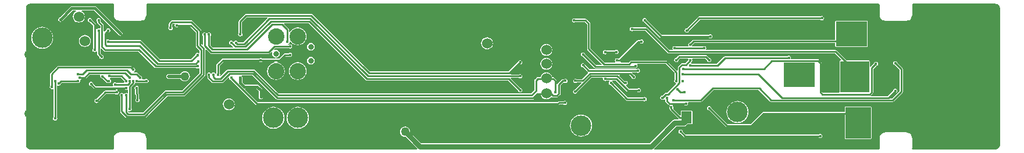
<source format=gbl>
G04*
G04 #@! TF.GenerationSoftware,Altium Limited,Altium Designer,19.0.15 (446)*
G04*
G04 Layer_Physical_Order=2*
G04 Layer_Color=6049555*
%FSLAX23Y23*%
%MOIN*%
G70*
G01*
G75*
%ADD15C,0.010*%
%ADD108C,0.033*%
%ADD109C,0.094*%
%ADD117C,0.015*%
%ADD119C,0.020*%
%ADD120C,0.030*%
%ADD125C,0.060*%
%ADD126C,0.118*%
%ADD127C,0.020*%
%ADD128O,0.102X0.043*%
%ADD129O,0.083X0.043*%
%ADD130C,0.016*%
%ADD131C,0.050*%
G36*
X5492Y1246D02*
X5964D01*
X5965Y1246D01*
Y1246D01*
X5969Y1245D01*
X5974Y1244D01*
X5983Y1239D01*
X5988Y1230D01*
X5990Y1221D01*
X5990Y1220D01*
Y433D01*
X5990Y432D01*
X5988Y423D01*
X5983Y415D01*
X5974Y409D01*
X5965Y408D01*
X5965Y408D01*
X5492D01*
X5492Y408D01*
X5488Y409D01*
X5486Y413D01*
X5487Y413D01*
Y472D01*
X5487D01*
X5485Y481D01*
X5482Y489D01*
X5477Y496D01*
X5470Y502D01*
X5462Y505D01*
X5453Y506D01*
Y506D01*
X5335D01*
Y506D01*
X5326Y505D01*
X5318Y502D01*
X5311Y496D01*
X5305Y489D01*
X5302Y481D01*
X5301Y472D01*
X5301D01*
Y413D01*
X5301Y413D01*
X5299Y409D01*
X5296Y408D01*
X5295Y408D01*
X4009D01*
X4007Y413D01*
X4134Y541D01*
X4178D01*
X4185Y542D01*
X4191Y546D01*
X4198Y553D01*
X4223Y553D01*
X4226Y555D01*
X4227Y558D01*
Y627D01*
X4226Y630D01*
X4223Y631D01*
X4165Y631D01*
X4162Y630D01*
X4161Y627D01*
Y605D01*
X4156Y603D01*
X4116Y642D01*
X4117Y644D01*
X4118Y649D01*
X4117Y653D01*
X4115Y657D01*
X4114Y658D01*
X4116Y663D01*
X4182D01*
X4185Y661D01*
X4190Y660D01*
X4195Y661D01*
X4199Y663D01*
X4201Y667D01*
X4202Y672D01*
X4201Y677D01*
X4201Y677D01*
X4204Y682D01*
X4276D01*
X4280Y683D01*
X4283Y685D01*
X4349Y751D01*
X4606D01*
X4672Y685D01*
X4675Y683D01*
X4679Y682D01*
X5376D01*
X5380Y683D01*
X5383Y685D01*
X5431Y734D01*
X5433Y736D01*
X5434Y740D01*
Y870D01*
X5433Y874D01*
X5431Y876D01*
X5402Y906D01*
X5401Y909D01*
X5399Y913D01*
X5395Y915D01*
X5390Y916D01*
X5385Y915D01*
X5381Y913D01*
X5379Y909D01*
X5378Y904D01*
X5379Y899D01*
X5381Y895D01*
X5385Y893D01*
X5390Y892D01*
X5390Y892D01*
X5416Y866D01*
Y744D01*
X5373Y701D01*
X5365D01*
X5363Y705D01*
X5391Y733D01*
X5395Y734D01*
X5399Y736D01*
X5401Y740D01*
X5402Y745D01*
X5401Y750D01*
X5399Y754D01*
X5395Y756D01*
X5390Y757D01*
X5385Y756D01*
X5381Y754D01*
X5379Y750D01*
X5378Y746D01*
X5347Y715D01*
X5253D01*
X5253Y716D01*
X5251Y720D01*
X5261Y730D01*
X5263Y732D01*
X5264Y736D01*
Y872D01*
X5280Y888D01*
X5283Y889D01*
X5287Y891D01*
X5290Y895D01*
X5291Y900D01*
X5290Y905D01*
X5287Y909D01*
X5283Y911D01*
X5279Y912D01*
X5274Y911D01*
X5270Y909D01*
X5267Y905D01*
X5267Y901D01*
X5249Y884D01*
X5246Y884D01*
X5244Y885D01*
Y915D01*
X5243Y918D01*
X5240Y919D01*
X5113Y919D01*
X5056Y976D01*
X5053Y978D01*
X5049Y979D01*
X4308D01*
X4306Y984D01*
X4306Y985D01*
X4307Y990D01*
X4306Y995D01*
X4304Y999D01*
X4300Y1001D01*
X4295Y1002D01*
X4290Y1001D01*
X4287Y999D01*
X4229D01*
X4226Y1004D01*
X4226Y1005D01*
X4227Y1009D01*
X4238Y1020D01*
X5046D01*
Y1002D01*
X5047Y999D01*
X5050Y998D01*
X5228Y998D01*
X5231Y999D01*
X5232Y1002D01*
X5232Y1144D01*
X5231Y1147D01*
X5228Y1148D01*
X5050Y1148D01*
X5047Y1147D01*
X5046Y1144D01*
X5046Y1038D01*
X4235D01*
X4231Y1038D01*
X4228Y1036D01*
X4214Y1021D01*
X4210Y1021D01*
X4206Y1018D01*
X4204Y1014D01*
X4203Y1009D01*
X4204Y1005D01*
X4204Y1004D01*
X4201Y999D01*
X4133D01*
X4130Y1001D01*
X4125Y1002D01*
X4120Y1001D01*
X4116Y999D01*
X4114Y995D01*
X4113Y990D01*
X4114Y985D01*
X4114Y984D01*
X4112Y979D01*
X4094D01*
X3966Y1106D01*
X3964Y1108D01*
X3960Y1109D01*
X3888D01*
X3885Y1111D01*
X3880Y1112D01*
X3875Y1111D01*
X3871Y1109D01*
X3869Y1105D01*
X3868Y1100D01*
X3869Y1095D01*
X3871Y1091D01*
X3875Y1089D01*
X3880Y1088D01*
X3885Y1089D01*
X3888Y1091D01*
X3956D01*
X4084Y964D01*
X4086Y962D01*
X4090Y961D01*
X5045D01*
X5082Y924D01*
X5080Y919D01*
X5075D01*
X5072Y918D01*
X5071Y915D01*
X5071Y739D01*
X5068Y735D01*
X5067Y734D01*
X4975D01*
X4969Y740D01*
Y904D01*
X4968Y908D01*
X4966Y911D01*
X4953Y924D01*
X4950Y926D01*
X4947Y927D01*
X4795D01*
X4792Y932D01*
X4792Y934D01*
X4791Y939D01*
X4789Y943D01*
X4785Y946D01*
X4780Y947D01*
X4775Y946D01*
X4772Y944D01*
X4415D01*
X4411Y943D01*
X4408Y941D01*
X4366Y899D01*
X4223D01*
X4220Y901D01*
X4218Y907D01*
X4220Y909D01*
X4220Y909D01*
X4224Y911D01*
X4226Y915D01*
X4227Y920D01*
X4226Y925D01*
X4226Y926D01*
X4228Y931D01*
X4303D01*
X4312Y922D01*
X4313Y918D01*
X4315Y914D01*
X4319Y911D01*
X4324Y910D01*
X4329Y911D01*
X4333Y914D01*
X4335Y918D01*
X4336Y922D01*
X4335Y927D01*
X4333Y931D01*
X4329Y934D01*
X4325Y934D01*
X4313Y946D01*
X4310Y948D01*
X4306Y949D01*
X4153D01*
X4149Y948D01*
X4146Y946D01*
X4134Y934D01*
X4130Y934D01*
X4126Y931D01*
X4124Y927D01*
X4123Y922D01*
X4124Y918D01*
X4126Y914D01*
X4130Y911D01*
X4135Y910D01*
X4140Y911D01*
X4144Y914D01*
X4146Y918D01*
X4147Y922D01*
X4156Y931D01*
X4202D01*
X4204Y926D01*
X4204Y925D01*
X4203Y921D01*
X4186Y904D01*
X4168D01*
X4164Y903D01*
X4161Y901D01*
X4147Y887D01*
X4145Y884D01*
X4144Y880D01*
Y864D01*
X4139Y862D01*
X4085Y915D01*
X4082Y917D01*
X4079Y918D01*
X3874D01*
X3871Y917D01*
X3868Y915D01*
X3860Y908D01*
X3817D01*
X3815Y913D01*
X3816Y914D01*
X3922Y1019D01*
X3927D01*
X3930Y1017D01*
X3935Y1016D01*
X3940Y1017D01*
X3944Y1019D01*
X3946Y1023D01*
X3947Y1028D01*
X3946Y1033D01*
X3944Y1036D01*
X3940Y1039D01*
X3935Y1040D01*
X3930Y1039D01*
X3927Y1037D01*
X3918D01*
X3914Y1036D01*
X3911Y1034D01*
X3806Y929D01*
X3803D01*
X3800Y931D01*
X3795Y932D01*
X3790Y931D01*
X3786Y929D01*
X3784Y925D01*
X3783Y920D01*
X3784Y915D01*
X3786Y913D01*
X3784Y909D01*
X3783Y908D01*
X3724D01*
X3642Y990D01*
Y1132D01*
X3641Y1136D01*
X3639Y1139D01*
X3621Y1156D01*
X3619Y1158D01*
X3615Y1159D01*
X3557D01*
X3554Y1161D01*
X3549Y1162D01*
X3545Y1161D01*
X3541Y1159D01*
X3538Y1155D01*
X3537Y1150D01*
X3538Y1145D01*
X3541Y1141D01*
X3545Y1139D01*
X3549Y1138D01*
X3554Y1139D01*
X3557Y1141D01*
X3611D01*
X3624Y1128D01*
Y986D01*
X3624Y982D01*
X3626Y979D01*
X3708Y898D01*
X3706Y894D01*
X3674D01*
X3613Y955D01*
X3612Y959D01*
X3609Y963D01*
X3605Y965D01*
X3601Y966D01*
X3596Y965D01*
X3592Y963D01*
X3589Y959D01*
X3588Y954D01*
X3589Y949D01*
X3592Y945D01*
X3596Y943D01*
X3600Y942D01*
X3664Y878D01*
X3667Y876D01*
X3670Y875D01*
X3897D01*
X3898Y875D01*
X3900Y875D01*
X3905Y876D01*
X3909Y879D01*
X3911Y882D01*
X3912Y887D01*
X3911Y892D01*
X3910Y894D01*
X3912Y899D01*
X3912Y899D01*
X4075D01*
X4126Y849D01*
Y810D01*
X4124Y807D01*
X4123Y802D01*
X4124Y798D01*
X4126Y794D01*
X4130Y791D01*
X4133Y790D01*
X4135Y785D01*
X4083Y734D01*
X4075D01*
X4071Y733D01*
X4069Y731D01*
X4054Y717D01*
X4050Y716D01*
X4046Y714D01*
X4044Y710D01*
X4043Y705D01*
X4044Y700D01*
X4046Y696D01*
X4050Y694D01*
X4055Y693D01*
X4060Y694D01*
X4064Y696D01*
X4069Y695D01*
X4071Y693D01*
Y687D01*
X4072Y683D01*
X4074Y681D01*
X4089Y665D01*
X4092Y663D01*
X4095Y663D01*
X4096D01*
X4098Y658D01*
X4097Y657D01*
X4095Y653D01*
X4094Y649D01*
X4095Y644D01*
X4097Y641D01*
Y640D01*
X4098Y636D01*
X4100Y633D01*
X4148Y584D01*
X4148Y581D01*
X4146Y579D01*
X4126D01*
X4119Y578D01*
X4113Y574D01*
X3983Y444D01*
X2673D01*
X2609Y508D01*
X2609Y510D01*
X2608Y518D01*
X2605Y525D01*
X2601Y531D01*
X2595Y535D01*
X2588Y538D01*
X2580Y539D01*
X2572Y538D01*
X2565Y535D01*
X2559Y531D01*
X2555Y525D01*
X2552Y518D01*
X2551Y510D01*
X2552Y502D01*
X2555Y495D01*
X2559Y489D01*
X2565Y485D01*
X2572Y482D01*
X2580Y481D01*
X2582Y481D01*
X2650Y413D01*
X2648Y408D01*
X1102D01*
X1102Y408D01*
X1098Y409D01*
X1097Y413D01*
X1097Y413D01*
Y472D01*
X1097D01*
X1096Y481D01*
X1092Y489D01*
X1087Y496D01*
X1080Y502D01*
X1072Y505D01*
X1063Y506D01*
Y506D01*
X945D01*
Y506D01*
X936Y505D01*
X928Y502D01*
X921Y496D01*
X916Y489D01*
X912Y481D01*
X911Y472D01*
X911D01*
Y413D01*
X911Y413D01*
X910Y409D01*
X906Y408D01*
X906Y408D01*
X433D01*
X432Y408D01*
X423Y409D01*
X415Y415D01*
X409Y423D01*
X408Y432D01*
X408Y433D01*
Y1220D01*
X408Y1221D01*
X409Y1230D01*
X415Y1239D01*
X423Y1244D01*
X432Y1246D01*
X433Y1246D01*
X906D01*
X906Y1246D01*
X910Y1244D01*
X911Y1241D01*
X911Y1240D01*
Y1181D01*
X911D01*
X912Y1173D01*
X916Y1164D01*
X921Y1157D01*
X928Y1152D01*
X936Y1149D01*
X945Y1147D01*
Y1147D01*
X1063D01*
Y1147D01*
X1072Y1149D01*
X1080Y1152D01*
X1087Y1157D01*
X1092Y1164D01*
X1096Y1173D01*
X1097Y1181D01*
X1097D01*
Y1240D01*
X1097Y1241D01*
X1098Y1244D01*
X1102Y1246D01*
X1102Y1246D01*
X5295D01*
X5296Y1246D01*
X5299Y1244D01*
X5301Y1241D01*
X5301Y1240D01*
Y1181D01*
X5301D01*
X5302Y1173D01*
X5305Y1164D01*
X5311Y1157D01*
X5318Y1152D01*
X5326Y1149D01*
X5335Y1147D01*
Y1147D01*
X5453D01*
Y1147D01*
X5462Y1149D01*
X5470Y1152D01*
X5477Y1157D01*
X5482Y1164D01*
X5485Y1173D01*
X5487Y1181D01*
X5487D01*
Y1240D01*
X5486Y1241D01*
X5488Y1244D01*
X5492Y1246D01*
X5492Y1246D01*
D02*
G37*
G36*
X5228Y1002D02*
X5050Y1002D01*
X5050Y1144D01*
X5228Y1144D01*
X5228Y1002D01*
D02*
G37*
G36*
X4928Y768D02*
X4750Y768D01*
X4750Y908D01*
X4928D01*
X4928Y768D01*
D02*
G37*
G36*
X5240Y737D02*
X5075Y737D01*
X5075Y915D01*
X5240Y915D01*
X5240Y737D01*
D02*
G37*
G36*
X4223Y627D02*
Y558D01*
X4165Y558D01*
Y627D01*
X4223Y627D01*
D02*
G37*
%LPC*%
G36*
X4970Y1176D02*
X4965Y1175D01*
X4962Y1173D01*
X4266D01*
X4263Y1172D01*
X4260Y1170D01*
X4194Y1104D01*
X4190Y1104D01*
X4186Y1101D01*
X4184Y1097D01*
X4183Y1092D01*
X4184Y1088D01*
X4186Y1084D01*
X4190Y1081D01*
X4195Y1080D01*
X4200Y1081D01*
X4204Y1084D01*
X4206Y1088D01*
X4207Y1091D01*
X4270Y1154D01*
X4962D01*
X4965Y1152D01*
X4970Y1151D01*
X4975Y1152D01*
X4979Y1155D01*
X4981Y1159D01*
X4982Y1163D01*
X4981Y1168D01*
X4979Y1172D01*
X4975Y1175D01*
X4970Y1176D01*
D02*
G37*
G36*
X803Y1231D02*
X669D01*
X665Y1230D01*
X661Y1227D01*
X600Y1166D01*
X596Y1164D01*
X594Y1160D01*
X593Y1155D01*
X593Y1155D01*
X593Y1154D01*
X593Y1149D01*
X596Y1146D01*
X600Y1143D01*
X604Y1142D01*
X609Y1143D01*
X613Y1146D01*
X613Y1146D01*
X614Y1146D01*
X614Y1147D01*
X674Y1207D01*
X693D01*
X694Y1202D01*
X693Y1202D01*
X686Y1196D01*
X680Y1189D01*
X677Y1181D01*
X676Y1172D01*
X677Y1163D01*
X680Y1155D01*
X686Y1148D01*
X693Y1142D01*
X701Y1139D01*
X710Y1138D01*
X719Y1139D01*
X727Y1142D01*
X734Y1148D01*
X740Y1155D01*
X743Y1163D01*
X744Y1172D01*
X743Y1181D01*
X740Y1189D01*
X734Y1196D01*
X727Y1202D01*
X726Y1202D01*
X727Y1207D01*
X798D01*
X938Y1068D01*
X939Y1066D01*
X943Y1063D01*
X948Y1062D01*
X952Y1063D01*
X956Y1066D01*
X959Y1070D01*
X960Y1074D01*
X959Y1079D01*
X956Y1083D01*
X954Y1085D01*
X811Y1227D01*
X808Y1230D01*
X803Y1231D01*
D02*
G37*
G36*
X3954Y1164D02*
X3950Y1163D01*
X3946Y1161D01*
X3943Y1157D01*
X3942Y1152D01*
X3943Y1147D01*
X3946Y1143D01*
X3950Y1141D01*
X3953Y1140D01*
X4042Y1051D01*
X4045Y1049D01*
X4049Y1049D01*
X4322D01*
X4325Y1046D01*
X4330Y1046D01*
X4335Y1046D01*
X4339Y1049D01*
X4341Y1053D01*
X4342Y1058D01*
X4341Y1062D01*
X4339Y1066D01*
X4335Y1069D01*
X4330Y1070D01*
X4325Y1069D01*
X4322Y1067D01*
X4052D01*
X3966Y1153D01*
X3966Y1157D01*
X3963Y1161D01*
X3959Y1163D01*
X3954Y1164D01*
D02*
G37*
G36*
X2043Y1186D02*
X1669D01*
X1666Y1186D01*
X1663Y1184D01*
X1629Y1150D01*
X1627Y1147D01*
X1626Y1143D01*
Y1078D01*
X1624Y1075D01*
X1623Y1070D01*
X1624Y1065D01*
X1627Y1062D01*
X1631Y1059D01*
X1635Y1058D01*
X1640Y1059D01*
X1644Y1062D01*
X1647Y1065D01*
X1648Y1070D01*
X1647Y1075D01*
X1644Y1078D01*
Y1139D01*
X1673Y1168D01*
X1791D01*
X1793Y1163D01*
X1654Y1023D01*
X1622D01*
X1622Y1027D01*
X1619Y1031D01*
X1615Y1033D01*
X1610Y1034D01*
X1606Y1033D01*
X1602Y1031D01*
X1600Y1028D01*
X1600Y1028D01*
X1595D01*
X1594Y1028D01*
X1593Y1031D01*
X1589Y1033D01*
X1584Y1034D01*
X1579Y1033D01*
X1575Y1031D01*
X1573Y1027D01*
X1572Y1022D01*
X1573Y1017D01*
X1575Y1014D01*
X1579Y1011D01*
X1583Y1010D01*
X1595Y998D01*
X1593Y993D01*
X1479D01*
X1465Y1007D01*
Y1062D01*
X1467Y1065D01*
X1468Y1069D01*
X1467Y1074D01*
X1465Y1078D01*
X1461Y1081D01*
X1456Y1082D01*
X1451Y1081D01*
X1448Y1078D01*
X1446Y1076D01*
X1441D01*
X1439Y1078D01*
X1435Y1081D01*
X1431Y1082D01*
X1426Y1081D01*
X1422Y1078D01*
X1419Y1074D01*
X1418Y1069D01*
X1419Y1065D01*
X1421Y1062D01*
Y1012D01*
X1417Y1011D01*
X1413Y1014D01*
Y1092D01*
X1412Y1096D01*
X1410Y1098D01*
X1362Y1147D01*
X1359Y1149D01*
X1356Y1149D01*
X1246D01*
X1242Y1149D01*
X1239Y1147D01*
X1229Y1136D01*
X1227Y1133D01*
X1226Y1130D01*
Y1114D01*
X1224Y1111D01*
X1223Y1106D01*
X1224Y1102D01*
X1227Y1098D01*
X1231Y1095D01*
X1235Y1094D01*
X1240Y1095D01*
X1244Y1098D01*
X1247Y1102D01*
X1248Y1106D01*
X1247Y1111D01*
X1244Y1114D01*
Y1126D01*
X1249Y1131D01*
X1257D01*
X1258Y1129D01*
X1260Y1126D01*
X1259Y1122D01*
X1260Y1117D01*
X1263Y1113D01*
X1267Y1111D01*
X1272Y1110D01*
X1276Y1111D01*
X1280Y1113D01*
X1349D01*
X1380Y1082D01*
Y1004D01*
X1381Y1001D01*
X1383Y998D01*
X1403Y977D01*
Y963D01*
X1400Y961D01*
X1398Y961D01*
X1394Y963D01*
X1390Y964D01*
X1385Y963D01*
X1381Y960D01*
X1378Y956D01*
X1378Y952D01*
X1352Y927D01*
X1176D01*
X1069Y1034D01*
X1066Y1036D01*
X1063Y1037D01*
X886D01*
X883Y1039D01*
X878Y1040D01*
X874Y1039D01*
X871Y1041D01*
X869Y1042D01*
Y1070D01*
X879Y1080D01*
X883Y1081D01*
X887Y1083D01*
X889Y1087D01*
X890Y1092D01*
X889Y1097D01*
X887Y1101D01*
X883Y1103D01*
X878Y1104D01*
X873Y1103D01*
X869Y1101D01*
X867Y1097D01*
X866Y1093D01*
X858Y1085D01*
X853Y1087D01*
Y1119D01*
X852Y1123D01*
X850Y1126D01*
X833Y1143D01*
Y1143D01*
X835Y1147D01*
X836Y1151D01*
X835Y1156D01*
X832Y1160D01*
X828Y1163D01*
X824Y1164D01*
X819Y1163D01*
X815Y1160D01*
X812Y1156D01*
X811Y1151D01*
X812Y1147D01*
X814Y1143D01*
Y1139D01*
X815Y1136D01*
X817Y1133D01*
X834Y1115D01*
Y1106D01*
X829Y1103D01*
X829Y1104D01*
X824Y1104D01*
X820Y1104D01*
X816Y1101D01*
X814Y1099D01*
X809Y1100D01*
Y1126D01*
X808Y1130D01*
X806Y1132D01*
X786Y1153D01*
X785Y1157D01*
X783Y1161D01*
X779Y1163D01*
X774Y1164D01*
X769Y1163D01*
X765Y1161D01*
X763Y1157D01*
X762Y1152D01*
X763Y1147D01*
X765Y1143D01*
X769Y1141D01*
X773Y1140D01*
X791Y1122D01*
Y988D01*
X789Y985D01*
X788Y980D01*
X789Y975D01*
X791Y971D01*
X795Y969D01*
X800Y968D01*
X805Y969D01*
X809Y971D01*
X810Y974D01*
X815Y972D01*
Y957D01*
X816Y954D01*
X818Y951D01*
X828Y941D01*
X828Y940D01*
X829Y935D01*
X831Y931D01*
X835Y929D01*
X840Y928D01*
X845Y929D01*
X849Y931D01*
X851Y935D01*
X852Y940D01*
X851Y945D01*
X849Y949D01*
X845Y951D01*
X843Y952D01*
X834Y961D01*
Y986D01*
X839Y988D01*
X854Y974D01*
X856Y972D01*
X860Y971D01*
X1052D01*
X1143Y879D01*
X1146Y877D01*
X1150Y877D01*
X1382D01*
X1385Y875D01*
X1390Y874D01*
X1394Y875D01*
X1398Y877D01*
X1400Y876D01*
X1403Y875D01*
Y848D01*
X1302Y747D01*
X1207D01*
X1204Y746D01*
X1201Y744D01*
X1078Y621D01*
X998D01*
X993Y626D01*
X994Y626D01*
X998Y629D01*
X1002Y628D01*
X1006Y629D01*
X1010Y631D01*
X1013Y635D01*
X1014Y640D01*
X1013Y645D01*
X1011Y648D01*
Y766D01*
X1028Y783D01*
X1030Y786D01*
X1030Y788D01*
X1033Y790D01*
X1036Y791D01*
X1036Y790D01*
X1041Y789D01*
X1046Y790D01*
X1049Y792D01*
X1089D01*
X1093Y790D01*
X1097Y789D01*
X1102Y790D01*
X1106Y793D01*
X1109Y797D01*
X1110Y801D01*
X1109Y806D01*
X1106Y810D01*
X1102Y813D01*
X1097Y814D01*
X1093Y813D01*
X1089Y811D01*
X1074D01*
X1072Y816D01*
X1072Y816D01*
X1073Y821D01*
X1072Y826D01*
X1069Y830D01*
X1065Y832D01*
X1062Y833D01*
X1048Y847D01*
X1045Y849D01*
X1042Y849D01*
X1025D01*
X1025Y854D01*
X1026Y855D01*
X1030Y857D01*
X1033Y861D01*
X1034Y866D01*
X1033Y871D01*
X1030Y875D01*
X1026Y877D01*
X1022Y878D01*
X1015Y885D01*
X1012Y887D01*
X1009Y888D01*
X592D01*
X588Y887D01*
X585Y885D01*
X548Y848D01*
X546Y845D01*
X545Y841D01*
Y774D01*
X544Y772D01*
X543Y767D01*
X544Y763D01*
X546Y759D01*
X550Y756D01*
X555Y755D01*
X560Y756D01*
X560Y756D01*
X565Y754D01*
Y594D01*
X563Y591D01*
X562Y586D01*
X563Y582D01*
X566Y578D01*
X570Y575D01*
X574Y574D01*
X579Y575D01*
X583Y578D01*
X586Y582D01*
X587Y586D01*
X586Y591D01*
X584Y594D01*
Y775D01*
X589Y777D01*
X590Y776D01*
X595Y775D01*
X600Y776D01*
X604Y779D01*
X606Y783D01*
X607Y786D01*
X613Y792D01*
X699D01*
X700Y791D01*
X705Y790D01*
X710Y791D01*
X714Y794D01*
X716Y798D01*
X717Y802D01*
X717Y805D01*
X717Y807D01*
X720Y810D01*
X721Y811D01*
X724Y813D01*
X745Y813D01*
X748Y813D01*
X751Y815D01*
X773Y837D01*
X831Y837D01*
X833Y834D01*
X834Y832D01*
X833Y828D01*
X834Y823D01*
X836Y819D01*
X840Y817D01*
X844Y816D01*
X867Y793D01*
X870Y791D01*
X874Y790D01*
X878D01*
X878Y790D01*
X883Y789D01*
X888Y790D01*
X892Y792D01*
X894Y796D01*
X895Y801D01*
X894Y806D01*
X892Y810D01*
X888Y812D01*
X888Y814D01*
X889Y817D01*
X890Y817D01*
X893Y819D01*
X951D01*
X970Y800D01*
X971Y797D01*
X971Y796D01*
X969Y791D01*
X925D01*
X922Y793D01*
X917Y794D01*
X913Y793D01*
X909Y790D01*
X906Y786D01*
X905Y782D01*
X906Y777D01*
X907Y776D01*
X904Y771D01*
X807D01*
X792Y786D01*
X791Y790D01*
X789Y794D01*
X785Y797D01*
X780Y798D01*
X775Y797D01*
X772Y794D01*
X769Y790D01*
X768Y785D01*
X769Y781D01*
X772Y777D01*
X775Y774D01*
X779Y773D01*
X779Y773D01*
X797Y756D01*
X799Y754D01*
X803Y753D01*
X923D01*
X924Y748D01*
X923Y748D01*
X919Y746D01*
X863D01*
X860Y745D01*
X857Y743D01*
X813Y699D01*
X812Y699D01*
X807Y698D01*
X803Y696D01*
X800Y692D01*
X799Y687D01*
X800Y682D01*
X803Y678D01*
X807Y676D01*
X812Y675D01*
X816Y676D01*
X820Y678D01*
X823Y682D01*
X823Y683D01*
X867Y727D01*
X919D01*
X923Y725D01*
X927Y724D01*
X932Y725D01*
X936Y728D01*
X939Y732D01*
X940Y736D01*
X939Y741D01*
X936Y745D01*
X932Y748D01*
X931Y748D01*
X932Y753D01*
X974D01*
X977Y751D01*
X982Y750D01*
X987Y751D01*
X988Y751D01*
X993Y749D01*
Y734D01*
X988Y732D01*
X987Y732D01*
X982Y733D01*
X977Y732D01*
X973Y730D01*
X972Y727D01*
X971Y727D01*
X967Y727D01*
X966Y727D01*
X964Y730D01*
X961Y732D01*
X956Y733D01*
X951Y732D01*
X947Y730D01*
X945Y726D01*
X944Y721D01*
X945Y716D01*
X947Y713D01*
Y626D01*
X947Y623D01*
X949Y620D01*
X977Y592D01*
X980Y590D01*
X984Y589D01*
X1089D01*
X1092Y590D01*
X1095Y592D01*
X1217Y714D01*
X1312D01*
X1316Y715D01*
X1319Y717D01*
X1432Y830D01*
X1434Y833D01*
X1435Y837D01*
Y981D01*
X1440Y983D01*
X1462Y961D01*
X1465Y959D01*
X1469Y958D01*
X1799D01*
X1803Y959D01*
X1806Y961D01*
X1816Y971D01*
X1820Y968D01*
X1819Y967D01*
X1818Y958D01*
X1819Y950D01*
X1824Y942D01*
X1831Y938D01*
X1837Y936D01*
X1837Y931D01*
X1760D01*
X1757Y934D01*
X1752Y935D01*
X1747Y934D01*
X1744Y932D01*
X1537D01*
X1533Y931D01*
X1530Y929D01*
X1501Y900D01*
X1499Y897D01*
X1498Y893D01*
Y846D01*
X1497Y845D01*
X1492D01*
X1490Y847D01*
X1486Y849D01*
X1482Y850D01*
X1477Y849D01*
X1473Y847D01*
X1472Y845D01*
X1466D01*
X1465Y847D01*
X1461Y849D01*
X1456Y850D01*
X1451Y849D01*
X1448Y847D01*
X1445Y843D01*
X1444Y838D01*
X1445Y833D01*
X1447Y830D01*
Y822D01*
X1448Y818D01*
X1450Y815D01*
X1472Y793D01*
X1475Y791D01*
X1479Y790D01*
X1531D01*
X1535Y791D01*
X1538Y793D01*
X1567Y822D01*
X1572Y820D01*
X1572Y819D01*
X1573Y814D01*
X1575Y810D01*
X1579Y808D01*
X1582Y807D01*
X1724Y665D01*
X1727Y663D01*
X1730Y663D01*
X3457D01*
X3460Y663D01*
X3463Y665D01*
X3464Y666D01*
X3489D01*
X3492Y664D01*
X3497Y663D01*
X3502Y664D01*
X3506Y667D01*
X3508Y671D01*
X3509Y676D01*
X3508Y680D01*
X3506Y684D01*
X3502Y687D01*
X3497Y688D01*
X3492Y687D01*
X3489Y685D01*
X3461D01*
X3457Y684D01*
X3454Y682D01*
X3453Y681D01*
X1734D01*
X1663Y751D01*
X1665Y756D01*
X1727D01*
X1742Y741D01*
Y711D01*
X1742Y709D01*
X1743Y704D01*
X1745Y700D01*
X1749Y697D01*
X1754Y696D01*
X1759Y697D01*
X1763Y700D01*
X1765Y704D01*
X1766Y709D01*
X1766Y711D01*
Y746D01*
X1765Y751D01*
X1762Y754D01*
X1741Y776D01*
X1737Y779D01*
X1732Y779D01*
X1662D01*
X1647Y795D01*
Y816D01*
X1648Y819D01*
X1647Y824D01*
X1644Y828D01*
X1643Y828D01*
X1644Y833D01*
X1705D01*
X1840Y698D01*
X1843Y696D01*
X1847Y695D01*
X3315D01*
X3318Y696D01*
X3321Y698D01*
X3342Y719D01*
X3358D01*
X3360Y713D01*
X3366Y706D01*
X3373Y700D01*
X3381Y697D01*
X3390Y696D01*
X3399Y697D01*
X3407Y700D01*
X3414Y706D01*
X3417Y710D01*
X3422Y710D01*
X3423Y709D01*
X3426Y707D01*
X3429Y707D01*
X3450D01*
X3454Y707D01*
X3456Y709D01*
X3469Y722D01*
X3471Y725D01*
X3472Y729D01*
Y777D01*
X3488Y793D01*
X3492D01*
X3495Y791D01*
X3499Y790D01*
X3504Y791D01*
X3508Y794D01*
X3511Y798D01*
X3512Y803D01*
X3511Y807D01*
X3508Y811D01*
X3504Y814D01*
X3499Y815D01*
X3495Y814D01*
X3492Y812D01*
X3485D01*
X3481Y811D01*
X3478Y809D01*
X3456Y787D01*
X3454Y784D01*
X3454Y784D01*
X3449Y784D01*
Y804D01*
X3448Y807D01*
X3446Y810D01*
X3435Y821D01*
X3432Y823D01*
X3429Y824D01*
X3423D01*
X3423Y826D01*
X3420Y834D01*
X3414Y841D01*
X3407Y847D01*
X3399Y850D01*
X3390Y851D01*
X3381Y850D01*
X3373Y847D01*
X3366Y841D01*
X3360Y834D01*
X3357Y826D01*
X3357Y824D01*
X3340D01*
X3336Y823D01*
X3334Y821D01*
X3324Y811D01*
X3322Y809D01*
X3321Y805D01*
Y749D01*
X3302Y730D01*
X1855D01*
X1720Y865D01*
X1717Y867D01*
X1713Y867D01*
X1564D01*
X1561Y867D01*
X1558Y865D01*
X1522Y829D01*
X1518Y832D01*
X1519Y833D01*
X1520Y838D01*
X1519Y843D01*
X1517Y846D01*
Y889D01*
X1540Y913D01*
X1744D01*
X1747Y911D01*
X1752Y910D01*
X1757Y911D01*
X1760Y913D01*
X1831D01*
X1831Y908D01*
X1827Y908D01*
X1814Y902D01*
X1804Y894D01*
X1795Y884D01*
X1790Y871D01*
X1789Y858D01*
X1790Y845D01*
X1795Y833D01*
X1804Y822D01*
X1814Y814D01*
X1827Y809D01*
X1840Y807D01*
X1853Y809D01*
X1865Y814D01*
X1876Y822D01*
X1884Y833D01*
X1889Y845D01*
X1891Y858D01*
X1889Y871D01*
X1884Y884D01*
X1876Y894D01*
X1865Y902D01*
X1853Y908D01*
X1849Y908D01*
X1849Y913D01*
X1861D01*
X1865Y914D01*
X1868Y916D01*
X1894Y942D01*
X1913D01*
X1917Y940D01*
X1921Y939D01*
X1926Y940D01*
X1930Y943D01*
X1933Y947D01*
X1933Y952D01*
X1933Y956D01*
X1930Y960D01*
X1926Y963D01*
X1921Y964D01*
X1917Y963D01*
X1913Y961D01*
X1890D01*
X1887Y960D01*
X1884Y958D01*
X1857Y931D01*
X1843D01*
X1842Y936D01*
X1848Y938D01*
X1855Y942D01*
X1860Y950D01*
X1862Y958D01*
X1860Y967D01*
X1855Y974D01*
X1848Y979D01*
X1840Y980D01*
X1831Y979D01*
X1830Y978D01*
X1827Y981D01*
X1836Y991D01*
X1913D01*
X1917Y989D01*
X1921Y988D01*
X1926Y989D01*
X1930Y991D01*
X1933Y995D01*
X1933Y1000D01*
X1933Y1005D01*
X1930Y1009D01*
X1926Y1011D01*
X1921Y1012D01*
X1917Y1011D01*
X1913Y1009D01*
X1908D01*
X1908Y1009D01*
X1908Y1014D01*
X1910Y1015D01*
X1914Y1017D01*
X1917Y1021D01*
X1918Y1026D01*
X1917Y1028D01*
X1922Y1031D01*
X1929Y1022D01*
X1939Y1014D01*
X1952Y1009D01*
X1965Y1007D01*
X1978Y1009D01*
X1990Y1014D01*
X2001Y1022D01*
X2009Y1033D01*
X2014Y1045D01*
X2016Y1058D01*
X2014Y1071D01*
X2009Y1084D01*
X2001Y1094D01*
X1990Y1102D01*
X1978Y1108D01*
X1965Y1109D01*
X1952Y1108D01*
X1939Y1102D01*
X1929Y1094D01*
X1920Y1084D01*
X1920Y1082D01*
X1915Y1083D01*
Y1097D01*
X1914Y1100D01*
X1912Y1103D01*
X1885Y1130D01*
X1887Y1135D01*
X2027D01*
X2355Y807D01*
X2358Y805D01*
X2361Y804D01*
X3171D01*
X3228Y747D01*
X3229Y743D01*
X3232Y739D01*
X3235Y737D01*
X3240Y736D01*
X3245Y737D01*
X3249Y739D01*
X3251Y743D01*
X3252Y748D01*
X3251Y753D01*
X3249Y757D01*
X3245Y759D01*
X3241Y760D01*
X3186Y815D01*
X3188Y819D01*
X3232D01*
X3235Y817D01*
X3240Y816D01*
X3245Y817D01*
X3249Y820D01*
X3251Y824D01*
X3252Y829D01*
X3251Y833D01*
X3249Y837D01*
X3245Y840D01*
X3240Y841D01*
X3235Y840D01*
X3232Y838D01*
X3189D01*
X3186Y843D01*
X3241Y897D01*
X3245Y898D01*
X3249Y901D01*
X3251Y905D01*
X3252Y909D01*
X3251Y914D01*
X3249Y918D01*
X3245Y921D01*
X3240Y922D01*
X3235Y921D01*
X3232Y918D01*
X3229Y914D01*
X3228Y910D01*
X3173Y856D01*
X2378D01*
X2050Y1184D01*
X2047Y1186D01*
X2043Y1186D01*
D02*
G37*
G36*
X745Y1066D02*
X736Y1065D01*
X728Y1061D01*
X721Y1056D01*
X715Y1049D01*
X712Y1041D01*
X711Y1032D01*
X712Y1023D01*
X715Y1015D01*
X721Y1007D01*
X728Y1002D01*
X736Y999D01*
X745Y997D01*
X754Y999D01*
X762Y1002D01*
X769Y1007D01*
X775Y1015D01*
X778Y1023D01*
X779Y1032D01*
X778Y1041D01*
X775Y1049D01*
X769Y1056D01*
X762Y1061D01*
X754Y1065D01*
X745Y1066D01*
D02*
G37*
G36*
X500Y1113D02*
X488Y1112D01*
X476Y1108D01*
X465Y1102D01*
X455Y1094D01*
X447Y1085D01*
X441Y1074D01*
X438Y1062D01*
X437Y1050D01*
X438Y1037D01*
X441Y1025D01*
X447Y1014D01*
X455Y1005D01*
X465Y997D01*
X476Y991D01*
X488Y987D01*
X500Y986D01*
X512Y987D01*
X524Y991D01*
X535Y997D01*
X545Y1005D01*
X553Y1014D01*
X559Y1025D01*
X562Y1037D01*
X563Y1050D01*
X562Y1062D01*
X559Y1074D01*
X553Y1085D01*
X545Y1094D01*
X535Y1102D01*
X524Y1108D01*
X512Y1112D01*
X500Y1113D01*
D02*
G37*
G36*
X3050Y1053D02*
X3041Y1051D01*
X3033Y1048D01*
X3026Y1043D01*
X3020Y1035D01*
X3017Y1027D01*
X3016Y1018D01*
X3017Y1009D01*
X3020Y1001D01*
X3026Y994D01*
X3033Y989D01*
X3041Y985D01*
X3050Y984D01*
X3059Y985D01*
X3067Y989D01*
X3074Y994D01*
X3080Y1001D01*
X3083Y1009D01*
X3084Y1018D01*
X3083Y1027D01*
X3080Y1035D01*
X3074Y1043D01*
X3067Y1048D01*
X3059Y1051D01*
X3050Y1053D01*
D02*
G37*
G36*
X3792Y981D02*
X3787Y980D01*
X3783Y977D01*
X3783Y977D01*
X3734D01*
X3732Y978D01*
X3727Y979D01*
X3723Y978D01*
X3719Y976D01*
X3716Y972D01*
X3715Y967D01*
X3716Y962D01*
X3719Y958D01*
X3723Y956D01*
X3727Y955D01*
X3732Y956D01*
X3736Y958D01*
X3736Y959D01*
X3785D01*
X3787Y957D01*
X3792Y956D01*
X3797Y957D01*
X3801Y960D01*
X3803Y964D01*
X3804Y968D01*
X3803Y973D01*
X3801Y977D01*
X3797Y980D01*
X3792Y981D01*
D02*
G37*
G36*
X2040Y1020D02*
X2031Y1019D01*
X2024Y1014D01*
X2019Y1007D01*
X2018Y998D01*
X2019Y990D01*
X2024Y982D01*
X2031Y978D01*
X2040Y976D01*
X2048Y978D01*
X2055Y982D01*
X2060Y990D01*
X2062Y998D01*
X2060Y1007D01*
X2055Y1014D01*
X2048Y1019D01*
X2040Y1020D01*
D02*
G37*
G36*
X3390Y1014D02*
X3381Y1013D01*
X3373Y1010D01*
X3366Y1004D01*
X3360Y997D01*
X3357Y989D01*
X3356Y980D01*
X3357Y971D01*
X3360Y963D01*
X3366Y956D01*
X3373Y950D01*
X3381Y947D01*
X3390Y946D01*
X3399Y947D01*
X3407Y950D01*
X3414Y956D01*
X3420Y963D01*
X3423Y971D01*
X3424Y980D01*
X3423Y989D01*
X3420Y997D01*
X3414Y1004D01*
X3407Y1010D01*
X3399Y1013D01*
X3390Y1014D01*
D02*
G37*
G36*
X2040Y940D02*
X2031Y939D01*
X2024Y934D01*
X2019Y927D01*
X2018Y918D01*
X2019Y910D01*
X2024Y902D01*
X2031Y898D01*
X2040Y896D01*
X2048Y898D01*
X2055Y902D01*
X2060Y910D01*
X2062Y918D01*
X2060Y927D01*
X2055Y934D01*
X2048Y939D01*
X2040Y940D01*
D02*
G37*
G36*
X3390Y934D02*
X3381Y933D01*
X3373Y930D01*
X3366Y924D01*
X3360Y917D01*
X3357Y909D01*
X3356Y900D01*
X3357Y891D01*
X3360Y883D01*
X3366Y876D01*
X3373Y870D01*
X3381Y867D01*
X3390Y866D01*
X3399Y867D01*
X3407Y870D01*
X3414Y876D01*
X3420Y883D01*
X3423Y891D01*
X3424Y900D01*
X3423Y909D01*
X3420Y917D01*
X3414Y924D01*
X3407Y930D01*
X3399Y933D01*
X3390Y934D01*
D02*
G37*
G36*
X3601Y905D02*
X3596Y904D01*
X3592Y901D01*
X3589Y897D01*
X3588Y893D01*
X3589Y888D01*
X3592Y884D01*
X3596Y881D01*
X3600Y881D01*
X3626Y854D01*
X3628Y853D01*
X3629Y848D01*
X3629Y847D01*
X3594Y812D01*
X3564D01*
X3561Y814D01*
X3556Y815D01*
X3551Y814D01*
X3547Y812D01*
X3545Y808D01*
X3544Y803D01*
X3545Y798D01*
X3547Y794D01*
X3551Y792D01*
X3556Y791D01*
X3561Y792D01*
X3564Y794D01*
X3590D01*
X3591Y789D01*
X3554Y752D01*
X3550Y751D01*
X3546Y748D01*
X3544Y745D01*
X3543Y740D01*
X3544Y735D01*
X3546Y731D01*
X3550Y729D01*
X3555Y728D01*
X3560Y729D01*
X3564Y731D01*
X3566Y735D01*
X3567Y739D01*
X3650Y822D01*
X3713D01*
X3716Y817D01*
X3715Y814D01*
X3716Y809D01*
X3719Y805D01*
X3723Y803D01*
X3727Y802D01*
X3732Y803D01*
X3735Y805D01*
X3751D01*
X3753Y800D01*
X3751Y799D01*
X3749Y795D01*
X3748Y790D01*
X3749Y785D01*
X3751Y781D01*
X3755Y779D01*
X3759Y778D01*
X3847Y690D01*
X3850Y688D01*
X3853Y688D01*
X3945D01*
X3948Y686D01*
X3953Y685D01*
X3958Y686D01*
X3962Y688D01*
X3964Y692D01*
X3965Y697D01*
X3964Y702D01*
X3962Y706D01*
X3958Y708D01*
X3953Y709D01*
X3948Y708D01*
X3945Y706D01*
X3857D01*
X3772Y791D01*
X3771Y795D01*
X3769Y799D01*
X3767Y800D01*
X3769Y805D01*
X3789D01*
X3853Y742D01*
X3856Y740D01*
X3859Y739D01*
X3912D01*
X3915Y737D01*
X3920Y736D01*
X3925Y737D01*
X3929Y739D01*
X3931Y743D01*
X3932Y748D01*
X3931Y753D01*
X3929Y757D01*
X3925Y759D01*
X3920Y760D01*
X3915Y759D01*
X3912Y757D01*
X3863D01*
X3847Y773D01*
X3849Y779D01*
X3850Y779D01*
X3854Y781D01*
X3856Y785D01*
X3857Y790D01*
X3856Y795D01*
X3854Y799D01*
X3850Y801D01*
X3845Y802D01*
X3840Y801D01*
X3839Y801D01*
X3809Y831D01*
X3811Y836D01*
X3866D01*
X3878Y824D01*
X3879Y820D01*
X3881Y816D01*
X3885Y814D01*
X3890Y813D01*
X3895Y814D01*
X3899Y816D01*
X3901Y820D01*
X3902Y825D01*
X3901Y830D01*
X3899Y834D01*
X3895Y836D01*
X3891Y837D01*
X3881Y847D01*
X3883Y851D01*
X3907D01*
X3910Y849D01*
X3915Y848D01*
X3920Y849D01*
X3924Y852D01*
X3926Y856D01*
X3927Y860D01*
X3926Y865D01*
X3924Y869D01*
X3920Y872D01*
X3915Y873D01*
X3910Y872D01*
X3907Y870D01*
X3637D01*
X3613Y894D01*
X3612Y897D01*
X3609Y901D01*
X3605Y904D01*
X3601Y905D01*
D02*
G37*
G36*
X1965Y909D02*
X1952Y908D01*
X1939Y902D01*
X1929Y894D01*
X1920Y884D01*
X1915Y871D01*
X1914Y858D01*
X1915Y845D01*
X1920Y833D01*
X1929Y822D01*
X1939Y814D01*
X1952Y809D01*
X1965Y807D01*
X1978Y809D01*
X1990Y814D01*
X2001Y822D01*
X2009Y833D01*
X2014Y845D01*
X2016Y858D01*
X2014Y871D01*
X2009Y884D01*
X2001Y894D01*
X1990Y902D01*
X1978Y908D01*
X1965Y909D01*
D02*
G37*
G36*
X1318Y857D02*
X1310Y856D01*
X1303Y853D01*
X1297Y849D01*
X1293Y843D01*
X1293Y842D01*
X1225D01*
X1220Y841D01*
X1215Y838D01*
X1212Y833D01*
X1211Y828D01*
X1212Y823D01*
X1215Y818D01*
X1220Y815D01*
X1225Y814D01*
X1293D01*
X1293Y813D01*
X1297Y807D01*
X1303Y803D01*
X1310Y800D01*
X1318Y799D01*
X1326Y800D01*
X1333Y803D01*
X1339Y807D01*
X1343Y813D01*
X1346Y820D01*
X1347Y828D01*
X1346Y836D01*
X1343Y843D01*
X1339Y849D01*
X1333Y853D01*
X1326Y856D01*
X1318Y857D01*
D02*
G37*
G36*
X1041Y774D02*
X1036Y773D01*
X1032Y770D01*
X1030Y766D01*
X1029Y762D01*
X1030Y757D01*
X1032Y754D01*
Y729D01*
X1033Y726D01*
X1035Y723D01*
X1037Y720D01*
Y699D01*
X1035Y696D01*
X1034Y691D01*
X1035Y687D01*
X1038Y683D01*
X1042Y680D01*
X1046Y679D01*
X1051Y680D01*
X1055Y683D01*
X1058Y687D01*
X1058Y691D01*
X1058Y696D01*
X1055Y699D01*
Y724D01*
X1055Y727D01*
X1053Y730D01*
X1050Y733D01*
Y754D01*
X1052Y757D01*
X1053Y762D01*
X1052Y766D01*
X1050Y770D01*
X1046Y773D01*
X1041Y774D01*
D02*
G37*
G36*
X1570Y702D02*
X1561Y701D01*
X1553Y698D01*
X1546Y692D01*
X1540Y685D01*
X1537Y677D01*
X1536Y668D01*
X1537Y659D01*
X1540Y651D01*
X1546Y644D01*
X1553Y638D01*
X1561Y635D01*
X1570Y634D01*
X1579Y635D01*
X1587Y638D01*
X1594Y644D01*
X1600Y651D01*
X1603Y659D01*
X1604Y668D01*
X1603Y677D01*
X1600Y685D01*
X1594Y692D01*
X1587Y698D01*
X1579Y701D01*
X1570Y702D01*
D02*
G37*
G36*
X4486Y686D02*
X4474Y685D01*
X4462Y682D01*
X4451Y676D01*
X4441Y668D01*
X4433Y658D01*
X4427Y647D01*
X4424Y635D01*
X4423Y623D01*
X4424Y611D01*
X4427Y599D01*
X4433Y588D01*
X4441Y578D01*
X4451Y570D01*
X4462Y564D01*
X4474Y561D01*
X4486Y560D01*
X4498Y561D01*
X4510Y564D01*
X4521Y570D01*
X4531Y578D01*
X4539Y588D01*
X4544Y599D01*
X4548Y611D01*
X4549Y623D01*
X4548Y635D01*
X4544Y647D01*
X4539Y658D01*
X4531Y668D01*
X4521Y676D01*
X4510Y682D01*
X4498Y685D01*
X4486Y686D01*
D02*
G37*
G36*
X1965Y653D02*
X1953Y651D01*
X1941Y648D01*
X1930Y642D01*
X1920Y634D01*
X1912Y624D01*
X1906Y613D01*
X1903Y602D01*
X1902Y589D01*
X1903Y577D01*
X1906Y565D01*
X1912Y554D01*
X1920Y544D01*
X1930Y537D01*
X1941Y531D01*
X1953Y527D01*
X1965Y526D01*
X1977Y527D01*
X1989Y531D01*
X2000Y537D01*
X2010Y544D01*
X2018Y554D01*
X2024Y565D01*
X2027Y577D01*
X2028Y589D01*
X2027Y602D01*
X2024Y613D01*
X2018Y624D01*
X2010Y634D01*
X2000Y642D01*
X1989Y648D01*
X1977Y651D01*
X1965Y653D01*
D02*
G37*
G36*
X1825D02*
X1813Y651D01*
X1801Y648D01*
X1790Y642D01*
X1780Y634D01*
X1772Y624D01*
X1766Y613D01*
X1763Y602D01*
X1762Y589D01*
X1763Y577D01*
X1766Y565D01*
X1772Y554D01*
X1780Y544D01*
X1790Y537D01*
X1801Y531D01*
X1813Y527D01*
X1825Y526D01*
X1837Y527D01*
X1849Y531D01*
X1860Y537D01*
X1870Y544D01*
X1878Y554D01*
X1884Y565D01*
X1887Y577D01*
X1888Y589D01*
X1887Y602D01*
X1884Y613D01*
X1878Y624D01*
X1870Y634D01*
X1860Y642D01*
X1849Y648D01*
X1837Y651D01*
X1825Y653D01*
D02*
G37*
G36*
X3589Y608D02*
X3577Y607D01*
X3565Y604D01*
X3554Y598D01*
X3544Y590D01*
X3536Y580D01*
X3530Y569D01*
X3527Y557D01*
X3526Y545D01*
X3527Y533D01*
X3530Y521D01*
X3536Y510D01*
X3544Y500D01*
X3554Y492D01*
X3565Y486D01*
X3577Y483D01*
X3589Y482D01*
X3601Y483D01*
X3613Y486D01*
X3624Y492D01*
X3634Y500D01*
X3642Y510D01*
X3648Y521D01*
X3651Y533D01*
X3652Y545D01*
X3651Y557D01*
X3648Y569D01*
X3642Y580D01*
X3634Y590D01*
X3624Y598D01*
X3613Y604D01*
X3601Y607D01*
X3589Y608D01*
D02*
G37*
G36*
X4160Y522D02*
X4155Y521D01*
X4151Y519D01*
X4149Y515D01*
X4148Y510D01*
X4149Y505D01*
X4151Y501D01*
X4155Y499D01*
X4159Y498D01*
X4179Y479D01*
X4181Y477D01*
X4185Y476D01*
X4952D01*
X4955Y474D01*
X4960Y473D01*
X4965Y474D01*
X4969Y476D01*
X4971Y480D01*
X4972Y485D01*
X4971Y490D01*
X4969Y494D01*
X4965Y496D01*
X4960Y497D01*
X4955Y496D01*
X4952Y494D01*
X4189D01*
X4172Y511D01*
X4171Y515D01*
X4169Y519D01*
X4165Y521D01*
X4160Y522D01*
D02*
G37*
G36*
X4324Y657D02*
X4319Y656D01*
X4315Y654D01*
X4313Y650D01*
X4312Y645D01*
X4313Y640D01*
X4315Y636D01*
X4319Y634D01*
X4323Y633D01*
X4417Y539D01*
X4420Y537D01*
X4424Y536D01*
X4566D01*
X4569Y537D01*
X4572Y539D01*
X4640Y606D01*
X5101D01*
X5101Y472D01*
X5102Y469D01*
X5105Y468D01*
X5250D01*
X5253Y469D01*
X5254Y472D01*
X5254Y650D01*
X5253Y653D01*
X5250Y654D01*
X5105D01*
X5102Y653D01*
X5101Y650D01*
Y624D01*
X4636D01*
X4632Y623D01*
X4629Y621D01*
X4562Y554D01*
X4428D01*
X4336Y646D01*
X4335Y650D01*
X4333Y654D01*
X4329Y656D01*
X4324Y657D01*
D02*
G37*
%LPD*%
G36*
X5250Y472D02*
X5105D01*
X5105Y650D01*
X5250D01*
X5250Y472D01*
D02*
G37*
D15*
X3461Y676D02*
X3497D01*
X3457Y672D02*
X3461Y676D01*
X1730Y672D02*
X3457D01*
X1584Y818D02*
X1730Y672D01*
X4156Y590D02*
X4195D01*
X4106Y640D02*
X4156Y590D01*
X4106Y640D02*
Y649D01*
X3864Y898D02*
X3874Y909D01*
X3720Y898D02*
X3864D01*
X3633Y986D02*
X3720Y898D01*
X3633Y986D02*
Y1132D01*
X3670Y884D02*
X3897D01*
X3601Y954D02*
X3670Y884D01*
X3897D02*
X3900Y887D01*
X3874Y909D02*
X4079D01*
X4135Y852D01*
X4185Y485D02*
X4960D01*
X4160Y510D02*
X4185Y485D01*
X4055Y705D02*
X4075Y725D01*
X3338Y728D02*
X3417D01*
X1709Y843D02*
X1847Y705D01*
X4176Y872D02*
X4637D01*
X4682Y917D02*
X4947D01*
X4637Y872D02*
X4682Y917D01*
X4971Y725D02*
X5244D01*
X4960Y736D02*
X4971Y725D01*
X4960Y736D02*
Y904D01*
X4947Y917D02*
X4960Y904D01*
X4415Y934D02*
X4780D01*
X4370Y890D02*
X4415Y934D01*
X4215Y890D02*
X4370D01*
X5255Y736D02*
Y876D01*
X5244Y725D02*
X5255Y736D01*
X5350Y705D02*
X5390Y745D01*
X4740Y705D02*
X5350D01*
X4605Y840D02*
X4740Y705D01*
X3380Y815D02*
X3429D01*
X3417Y728D02*
X3429Y716D01*
X3315Y705D02*
X3338Y728D01*
X1404Y1010D02*
X1426Y988D01*
X1312Y723D02*
X1426Y837D01*
X1389Y1004D02*
X1412Y981D01*
X1306Y738D02*
X1412Y844D01*
X1160Y902D02*
X1381D01*
X1412Y844D02*
Y981D01*
X1426Y837D02*
Y988D01*
X1381Y902D02*
X1393Y915D01*
X1395D01*
X3340Y815D02*
X3380D01*
X3440Y738D02*
Y804D01*
X3429Y815D02*
X3440Y804D01*
X3330Y745D02*
Y805D01*
X3305Y720D02*
X3330Y745D01*
X1851Y720D02*
X3305D01*
X3330Y805D02*
X3340Y815D01*
X3463Y729D02*
Y781D01*
X3450Y716D02*
X3463Y729D01*
X3429Y716D02*
X3450D01*
X1847Y705D02*
X3315D01*
X4566Y545D02*
X4636Y615D01*
X4424Y545D02*
X4566D01*
X4324Y645D02*
X4424Y545D01*
X4636Y615D02*
X5122D01*
X5132Y625D01*
X5390Y905D02*
X5425Y870D01*
X4610Y760D02*
X4679Y691D01*
X4345Y760D02*
X4610D01*
X4276Y691D02*
X4345Y760D01*
X4679Y691D02*
X5376D01*
X4119D02*
X4276D01*
X4170Y840D02*
X4605D01*
X1584Y818D02*
Y819D01*
X3646Y831D02*
X3796D01*
X3555Y740D02*
X3646Y831D01*
X3556Y803D02*
X3598D01*
X3463Y781D02*
X3485Y803D01*
X3499D01*
X3870Y845D02*
X3890Y825D01*
X3640Y845D02*
X3870D01*
X3796Y831D02*
X3837Y790D01*
X3845D01*
X3598Y803D02*
X3640Y845D01*
X3633Y860D02*
X3915D01*
X3601Y893D02*
X3633Y860D01*
X3853Y697D02*
X3953D01*
X3760Y790D02*
X3853Y697D01*
X4125Y990D02*
X4295D01*
X4306Y940D02*
X4324Y922D01*
X4153Y940D02*
X4306D01*
X4135Y922D02*
X4153Y940D01*
X4049Y1058D02*
X4330D01*
X3954Y1152D02*
X4049Y1058D01*
X4235Y1029D02*
X5075D01*
X4215Y1009D02*
X4235Y1029D01*
X4266Y1163D02*
X4970D01*
X4195Y1092D02*
X4266Y1163D01*
X4190Y895D02*
X4215Y920D01*
X4090Y970D02*
X5049D01*
X3960Y1100D02*
X4090Y970D01*
X4168Y895D02*
X4190D01*
X5049Y970D02*
X5129Y890D01*
X3918Y1028D02*
X3935D01*
X3810Y920D02*
X3918Y1028D01*
X3795Y920D02*
X3810D01*
X3880Y1100D02*
X3960D01*
X3615Y1150D02*
X3633Y1132D01*
X3549Y1150D02*
X3615D01*
X3791Y968D02*
X3792Y968D01*
X3728Y968D02*
X3791D01*
X4135Y802D02*
Y852D01*
X4087Y725D02*
X4153Y791D01*
X4075Y725D02*
X4087D01*
X4153Y791D02*
Y880D01*
X4168Y895D01*
X4157Y737D02*
X4180D01*
X4140Y754D02*
X4157Y737D01*
X3727Y967D02*
X3728Y968D01*
X3859Y748D02*
X3920D01*
X3793Y814D02*
X3859Y748D01*
X3727Y814D02*
X3793D01*
X5376Y691D02*
X5425Y740D01*
Y870D01*
X4080Y687D02*
Y705D01*
X4095Y672D02*
X4190D01*
X5255Y876D02*
X5279Y900D01*
X4080Y687D02*
X4095Y672D01*
X1713Y858D02*
X1851Y720D01*
X554Y766D02*
Y841D01*
X976Y846D02*
X1001Y821D01*
X716Y822D02*
X745Y822D01*
X769Y846D02*
X976Y846D01*
X745Y822D02*
X769Y846D01*
X705Y842D02*
X733D01*
X594Y786D02*
X609Y801D01*
X733Y842D02*
X755Y864D01*
X824Y1139D02*
Y1151D01*
Y1139D02*
X843Y1119D01*
Y997D02*
Y1119D01*
Y997D02*
X860Y980D01*
X1056D01*
X774Y1152D02*
X800Y1126D01*
Y980D02*
Y1126D01*
X803Y762D02*
X982D01*
X785Y780D02*
X803Y762D01*
X845Y828D02*
X874Y799D01*
X878D01*
X955Y829D02*
X982Y801D01*
X885Y829D02*
X955D01*
X812Y687D02*
X814D01*
X863Y736D01*
X1041Y729D02*
Y762D01*
Y729D02*
X1046Y724D01*
Y691D02*
Y724D01*
X1046Y782D02*
X1061Y767D01*
Y762D02*
Y767D01*
X1021Y762D02*
X1023Y763D01*
X1041Y801D02*
X1097D01*
X1040Y781D02*
X1041Y782D01*
X1042Y840D02*
X1061Y821D01*
X1021Y789D02*
Y801D01*
X1036Y781D02*
X1040D01*
X1023Y767D02*
X1036Y781D01*
X1023Y763D02*
Y767D01*
X956Y626D02*
X984Y598D01*
X1089D01*
X1213Y723D01*
X956Y626D02*
Y721D01*
X1002Y790D02*
Y801D01*
X1008Y840D02*
X1042D01*
X985Y864D02*
X1008Y840D01*
X1001Y821D02*
X1002Y821D01*
X1009Y879D02*
X1021Y866D01*
X1002Y769D02*
X1021Y789D01*
X592Y879D02*
X1009D01*
X755Y864D02*
X985D01*
X554Y841D02*
X592Y879D01*
X860Y1074D02*
X878Y1092D01*
X860Y1010D02*
Y1074D01*
Y1010D02*
X867Y1003D01*
X1059D02*
X1160Y902D01*
X867Y1003D02*
X1059D01*
X993Y782D02*
X1002Y790D01*
X917Y782D02*
X993D01*
X824Y957D02*
Y1092D01*
Y957D02*
X840Y942D01*
X1002Y640D02*
Y769D01*
X982Y620D02*
Y721D01*
X1056Y980D02*
X1150Y886D01*
X1390D01*
X878Y1028D02*
X1063D01*
X840Y940D02*
Y942D01*
X1096Y803D02*
X1097Y801D01*
X863Y736D02*
X927D01*
X1564Y858D02*
X1713D01*
X1575Y843D02*
X1709D01*
X1356Y918D02*
X1390Y952D01*
X1172Y918D02*
X1356D01*
X1063Y1028D02*
X1172Y918D01*
X1531Y799D02*
X1575Y843D01*
X1479Y799D02*
X1531D01*
X1521Y815D02*
X1564Y858D01*
X1492Y815D02*
X1521D01*
X1482Y825D02*
X1492Y815D01*
X1356Y1140D02*
X1404Y1092D01*
X1246Y1140D02*
X1356D01*
X1235Y1130D02*
X1246Y1140D01*
X1389Y1004D02*
Y1086D01*
X1404Y1010D02*
Y1092D01*
X1272Y1122D02*
X1353D01*
X1389Y1086D01*
X1235Y1106D02*
Y1130D01*
X1635Y1070D02*
Y1143D01*
X1669Y1177D02*
X2043D01*
X1635Y1143D02*
X1669Y1177D01*
X1537Y922D02*
X1752D01*
Y922D02*
X1861D01*
X1507Y893D02*
X1537Y922D01*
X1507Y838D02*
Y893D01*
X1213Y723D02*
X1312D01*
X1207Y738D02*
X1306D01*
X1081Y612D02*
X1207Y738D01*
X990Y612D02*
X1081D01*
X1890Y952D02*
X1921D01*
X1861Y922D02*
X1890Y952D01*
X1832Y1000D02*
X1921D01*
X1799Y967D02*
X1832Y1000D01*
X1482Y825D02*
Y838D01*
X1456Y822D02*
X1479Y799D01*
X1456Y822D02*
Y838D01*
X704Y840D02*
Y841D01*
X982Y620D02*
X990Y612D01*
X3177Y846D02*
X3240Y909D01*
X2374Y846D02*
X3177D01*
X2043Y1177D02*
X2374Y846D01*
X3175Y814D02*
X3240Y748D01*
X2361Y814D02*
X3175D01*
X2031Y1144D02*
X2361Y814D01*
X2368Y829D02*
X3240D01*
X1803Y1160D02*
X2036D01*
X1475Y984D02*
X1675D01*
X1456Y1003D02*
X1475Y984D01*
X1456Y1003D02*
Y1069D01*
X1431Y1005D02*
Y1069D01*
X1469Y967D02*
X1799D01*
X1431Y1005D02*
X1469Y967D01*
X1666Y999D02*
X1811Y1144D01*
X1675Y984D02*
X1819Y1128D01*
X1584Y1022D02*
X1607Y999D01*
X1610Y1022D02*
X1618Y1014D01*
X1874Y1128D02*
X1906Y1097D01*
Y1026D02*
Y1097D01*
X1819Y1128D02*
X1874D01*
X1657Y1014D02*
X1803Y1160D01*
X1618Y1014D02*
X1657D01*
X1811Y1144D02*
X2031D01*
X1607Y999D02*
X1666D01*
X2036Y1160D02*
X2368Y829D01*
X716Y821D02*
X716Y821D01*
X609Y801D02*
X704D01*
X574Y586D02*
Y800D01*
D108*
X2040Y918D02*
D03*
Y998D02*
D03*
X1840Y958D02*
D03*
D109*
Y1058D02*
D03*
X1965D02*
D03*
Y858D02*
D03*
X1840D02*
D03*
D117*
X604Y1154D02*
X669Y1219D01*
X803D02*
X948Y1074D01*
X669Y1219D02*
X803D01*
X1732Y768D02*
X1754Y746D01*
Y709D02*
Y746D01*
X1657Y768D02*
X1732D01*
X1635Y790D02*
X1657Y768D01*
X1635Y790D02*
Y819D01*
D119*
X1225Y828D02*
X1318D01*
D120*
X4195Y578D02*
Y590D01*
X4178Y560D02*
X4195Y578D01*
X4126Y560D02*
X4178D01*
X3991Y425D02*
X4126Y560D01*
X2665Y425D02*
X3991D01*
X2580Y510D02*
X2665Y425D01*
D125*
X3135Y1018D02*
D03*
X710Y1172D02*
D03*
X3390Y730D02*
D03*
Y980D02*
D03*
X745Y1032D02*
D03*
X3390Y817D02*
D03*
Y900D02*
D03*
X3050Y1018D02*
D03*
X1570Y668D02*
D03*
D126*
X500Y1050D02*
D03*
X1965Y589D02*
D03*
X1825D02*
D03*
X1685Y586D02*
D03*
X4486Y623D02*
D03*
X3589Y545D02*
D03*
X3015Y550D02*
D03*
D127*
X4069Y860D02*
D03*
Y774D02*
D03*
X3982Y860D02*
D03*
Y774D02*
D03*
X4025Y860D02*
D03*
X4069Y817D02*
D03*
X3982D02*
D03*
X4025Y775D02*
D03*
Y817D02*
D03*
X5129Y890D02*
D03*
X5172D02*
D03*
X5216D02*
D03*
X5129Y847D02*
D03*
X5172D02*
D03*
X5216D02*
D03*
X5129Y803D02*
D03*
X5172D02*
D03*
X5216D02*
D03*
X5129Y760D02*
D03*
X5172D02*
D03*
X5216D02*
D03*
X4770Y790D02*
D03*
Y834D02*
D03*
Y877D02*
D03*
X4813Y790D02*
D03*
Y834D02*
D03*
Y877D02*
D03*
X4857Y790D02*
D03*
Y834D02*
D03*
Y877D02*
D03*
X4900Y790D02*
D03*
Y834D02*
D03*
Y877D02*
D03*
X5219Y495D02*
D03*
X5175D02*
D03*
X5132D02*
D03*
X5219Y538D02*
D03*
X5175D02*
D03*
X5132D02*
D03*
X5219Y582D02*
D03*
X5175D02*
D03*
X5132D02*
D03*
X5219Y625D02*
D03*
X5175D02*
D03*
X5132D02*
D03*
X5075Y1029D02*
D03*
Y1072D02*
D03*
Y1116D02*
D03*
X5118Y1029D02*
D03*
Y1072D02*
D03*
Y1116D02*
D03*
X5162Y1029D02*
D03*
Y1072D02*
D03*
Y1116D02*
D03*
X5205Y1029D02*
D03*
Y1072D02*
D03*
Y1116D02*
D03*
X1298Y1028D02*
D03*
Y985D02*
D03*
Y941D02*
D03*
X1255Y1028D02*
D03*
Y985D02*
D03*
Y941D02*
D03*
X1212Y1028D02*
D03*
Y985D02*
D03*
Y941D02*
D03*
D128*
X449Y953D02*
D03*
Y613D02*
D03*
D129*
X660Y953D02*
D03*
Y613D02*
D03*
D130*
X4214Y571D02*
D03*
X4213Y611D02*
D03*
X4195Y590D02*
D03*
X4180Y610D02*
D03*
Y570D02*
D03*
X3900Y887D02*
D03*
X3240Y748D02*
D03*
X4171Y801D02*
D03*
X4106Y649D02*
D03*
X4055Y705D02*
D03*
X4640Y1004D02*
D03*
X4610D02*
D03*
X4575Y1004D02*
D03*
X4406Y1004D02*
D03*
X4375D02*
D03*
X4435D02*
D03*
X5215Y1210D02*
D03*
X5165D02*
D03*
X5115Y1210D02*
D03*
X5005Y778D02*
D03*
X5005Y922D02*
D03*
X4780Y934D02*
D03*
X3727Y915D02*
D03*
X3497Y630D02*
D03*
X3727Y779D02*
D03*
X3680D02*
D03*
X3655Y726D02*
D03*
X3695Y596D02*
D03*
X3769D02*
D03*
X3878Y589D02*
D03*
X3837D02*
D03*
X4960Y433D02*
D03*
X4886Y457D02*
D03*
X4806D02*
D03*
X4726D02*
D03*
X4646D02*
D03*
X4566D02*
D03*
X4486D02*
D03*
X4406D02*
D03*
X4326D02*
D03*
X4467Y1078D02*
D03*
X4970Y1217D02*
D03*
X4896Y1209D02*
D03*
X4816Y1209D02*
D03*
X4736D02*
D03*
X4656D02*
D03*
X4576Y1209D02*
D03*
X4496D02*
D03*
X4416D02*
D03*
X4336D02*
D03*
X4256D02*
D03*
X4180Y1209D02*
D03*
X4065Y1205D02*
D03*
X4006Y1215D02*
D03*
X3730Y1140D02*
D03*
X3665Y1141D02*
D03*
X3602Y1215D02*
D03*
X3549Y893D02*
D03*
X3548Y954D02*
D03*
Y1022D02*
D03*
Y1085D02*
D03*
X1395Y915D02*
D03*
X3440Y738D02*
D03*
X4330Y1058D02*
D03*
X3497Y676D02*
D03*
X3556Y803D02*
D03*
X3555Y740D02*
D03*
X3890Y825D02*
D03*
X3845Y790D02*
D03*
X3499Y803D02*
D03*
X3953Y697D02*
D03*
X3760Y790D02*
D03*
X4295Y990D02*
D03*
X4125D02*
D03*
X4324Y645D02*
D03*
Y922D02*
D03*
X4215Y1009D02*
D03*
X4176Y872D02*
D03*
X4195Y1092D02*
D03*
X4215Y920D02*
D03*
Y890D02*
D03*
X3954Y1152D02*
D03*
X3935Y1028D02*
D03*
X3795Y920D02*
D03*
X3792Y968D02*
D03*
X4135Y802D02*
D03*
X4180Y737D02*
D03*
X4140Y754D02*
D03*
X4119Y691D02*
D03*
X3549Y1150D02*
D03*
X3727Y967D02*
D03*
X4080Y705D02*
D03*
X4170Y840D02*
D03*
X4190Y672D02*
D03*
X3920Y748D02*
D03*
X3915Y860D02*
D03*
X3601Y954D02*
D03*
Y893D02*
D03*
X3880Y1100D02*
D03*
X4135Y922D02*
D03*
X3727Y814D02*
D03*
X4970Y1163D02*
D03*
X5279Y900D02*
D03*
X5390Y904D02*
D03*
Y745D02*
D03*
X4160Y510D02*
D03*
X4960Y485D02*
D03*
X1584Y819D02*
D03*
X555Y767D02*
D03*
X605Y1155D02*
D03*
X948Y1074D02*
D03*
X774Y1152D02*
D03*
X824Y1151D02*
D03*
X705Y842D02*
D03*
X716Y822D02*
D03*
X595Y787D02*
D03*
X705Y802D02*
D03*
X652Y665D02*
D03*
X575Y801D02*
D03*
X835Y736D02*
D03*
X845Y828D02*
D03*
X885Y829D02*
D03*
X2329Y577D02*
D03*
X812Y687D02*
D03*
X2435Y1157D02*
D03*
X1021Y762D02*
D03*
X1041Y762D02*
D03*
X1061Y762D02*
D03*
X1041Y801D02*
D03*
Y782D02*
D03*
X1061Y821D02*
D03*
X1021Y801D02*
D03*
X1046Y691D02*
D03*
X956Y721D02*
D03*
X1002Y801D02*
D03*
X982D02*
D03*
X1002Y821D02*
D03*
X1021Y866D02*
D03*
X915Y901D02*
D03*
X883Y801D02*
D03*
X982Y762D02*
D03*
X917Y782D02*
D03*
X982Y721D02*
D03*
X840Y940D02*
D03*
X800Y980D02*
D03*
X1097Y801D02*
D03*
X927Y736D02*
D03*
X878Y1028D02*
D03*
Y1092D02*
D03*
X824Y1092D02*
D03*
X1052Y940D02*
D03*
X1008Y941D02*
D03*
X1225Y828D02*
D03*
X1224Y792D02*
D03*
X1456Y605D02*
D03*
X1428Y726D02*
D03*
X2876Y910D02*
D03*
X2795Y601D02*
D03*
X2637Y586D02*
D03*
X1205Y1165D02*
D03*
X1160D02*
D03*
X1578Y1169D02*
D03*
X1533D02*
D03*
X1488D02*
D03*
X1559Y1070D02*
D03*
X1556Y737D02*
D03*
X1511D02*
D03*
X1390Y952D02*
D03*
Y886D02*
D03*
X1754Y709D02*
D03*
X1635Y819D02*
D03*
X1272Y1122D02*
D03*
X1235Y1106D02*
D03*
X1635Y1070D02*
D03*
X1752Y922D02*
D03*
X1507Y838D02*
D03*
X1921Y952D02*
D03*
Y1000D02*
D03*
X1482Y838D02*
D03*
X1456D02*
D03*
X1160Y852D02*
D03*
Y801D02*
D03*
Y754D02*
D03*
X1002Y640D02*
D03*
X3240Y829D02*
D03*
Y909D02*
D03*
X1456Y1069D02*
D03*
X1431D02*
D03*
X1584Y1022D02*
D03*
X1610D02*
D03*
X1906Y1026D02*
D03*
X780Y785D02*
D03*
X574Y586D02*
D03*
D131*
X2580Y510D02*
D03*
X2213Y1115D02*
D03*
X1109Y710D02*
D03*
X1318Y828D02*
D03*
X1237Y683D02*
D03*
M02*

</source>
